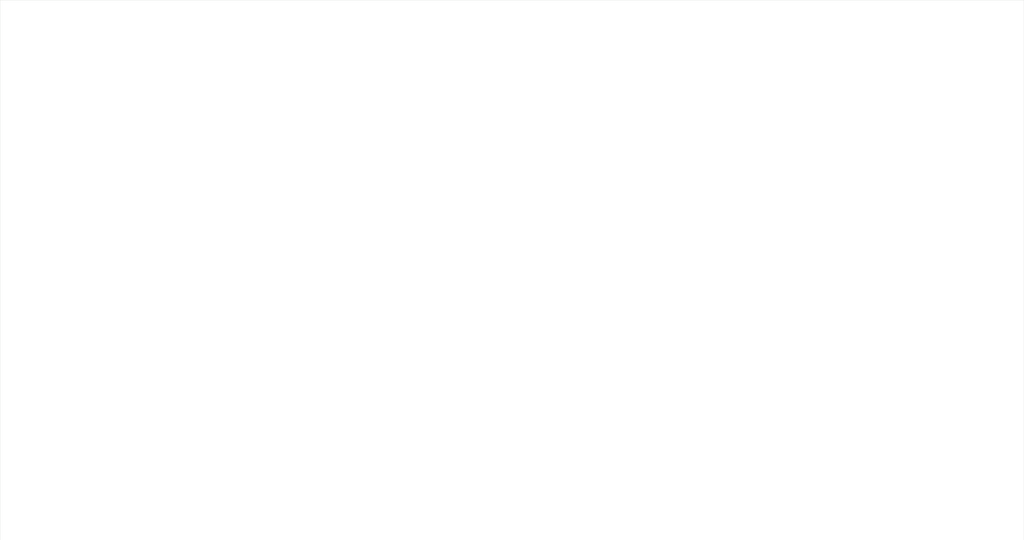
<source format=kicad_pcb>
(kicad_pcb
	(version 20240108)
	(generator "pcbnew")
	(generator_version "8.0")
	(general
		(thickness 1.6)
		(legacy_teardrops no)
	)
	(paper "A4")
	(layers
		(0 "F.Cu" signal)
		(31 "B.Cu" signal)
		(32 "B.Adhes" user "B.Adhesive")
		(33 "F.Adhes" user "F.Adhesive")
		(34 "B.Paste" user)
		(35 "F.Paste" user)
		(36 "B.SilkS" user "B.Silkscreen")
		(37 "F.SilkS" user "F.Silkscreen")
		(38 "B.Mask" user)
		(39 "F.Mask" user)
		(40 "Dwgs.User" user "User.Drawings")
		(41 "Cmts.User" user "User.Comments")
		(42 "Eco1.User" user "User.Eco1")
		(43 "Eco2.User" user "User.Eco2")
		(44 "Edge.Cuts" user)
		(45 "Margin" user)
		(46 "B.CrtYd" user "B.Courtyard")
		(47 "F.CrtYd" user "F.Courtyard")
		(48 "B.Fab" user)
		(49 "F.Fab" user)
		(50 "User.1" user)
		(51 "User.2" user)
		(52 "User.3" user)
		(53 "User.4" user)
		(54 "User.5" user)
		(55 "User.6" user)
		(56 "User.7" user)
		(57 "User.8" user)
		(58 "User.9" user)
	)
	(setup
		(pad_to_mask_clearance 0)
		(allow_soldermask_bridges_in_footprints no)
		(pcbplotparams
			(layerselection 0x00010fc_ffffffff)
			(plot_on_all_layers_selection 0x0000000_00000000)
			(disableapertmacros no)
			(usegerberextensions no)
			(usegerberattributes yes)
			(usegerberadvancedattributes yes)
			(creategerberjobfile yes)
			(dashed_line_dash_ratio 12.000000)
			(dashed_line_gap_ratio 3.000000)
			(svgprecision 4)
			(plotframeref no)
			(viasonmask no)
			(mode 1)
			(useauxorigin no)
			(hpglpennumber 1)
			(hpglpenspeed 20)
			(hpglpendiameter 15.000000)
			(pdf_front_fp_property_popups yes)
			(pdf_back_fp_property_popups yes)
			(dxfpolygonmode yes)
			(dxfimperialunits yes)
			(dxfusepcbnewfont yes)
			(psnegative no)
			(psa4output no)
			(plotreference yes)
			(plotvalue yes)
			(plotfptext yes)
			(plotinvisibletext no)
			(sketchpadsonfab no)
			(subtractmaskfromsilk no)
			(outputformat 1)
			(mirror no)
			(drillshape 1)
			(scaleselection 1)
			(outputdirectory "")
		)
	)
	(net 0 "")
	(gr_rect
		(start 24.5 24.5)
		(end 274.5 156.5)
		(stroke
			(width 0.05)
			(type default)
		)
		(fill none)
		(layer "Edge.Cuts")
		(uuid "0d87d07e-d9aa-44fb-be1c-49eaca770abe")
	)
)

</source>
